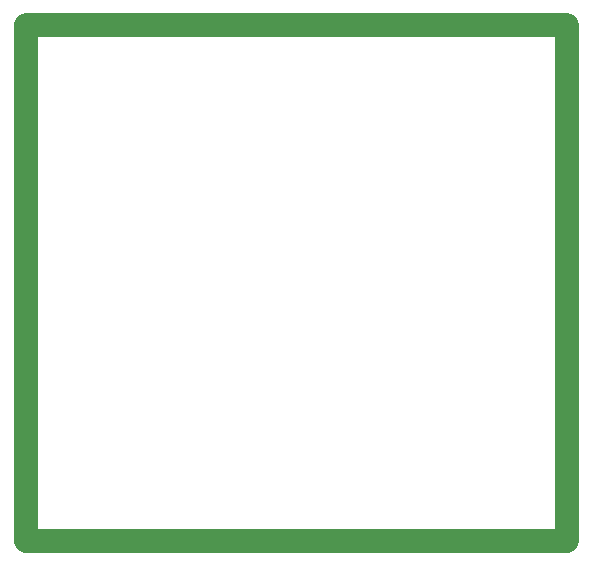
<source format=gko>
G75*
%MOIN*%
%OFA0B0*%
%FSLAX25Y25*%
%IPPOS*%
%LPD*%
%AMOC8*
5,1,8,0,0,1.08239X$1,22.5*
%
%ADD10C,0.07874*%
D10*
X0004937Y0004937D02*
X0185213Y0004937D01*
X0185213Y0176787D01*
X0004937Y0176787D01*
X0004937Y0004937D01*
M02*

</source>
